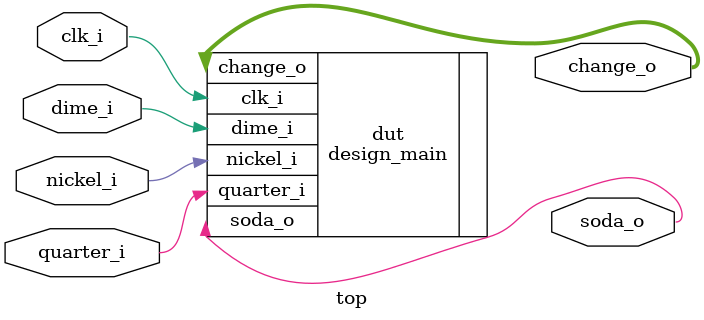
<source format=sv>
module top (
    //inputs
    input logic clk_i,
    input logic nickel_i,
    input logic dime_i,
    input logic quarter_i,
    //outputs
    output logic soda_o,
    output logic [2:0] change_o
);
    //module design_main.sv
    design_main dut (
    	.clk_i    (clk_i),
    	.nickel_i (nickel_i),
    	.dime_i   (dime_i),
    	.quarter_i(quarter_i),
    	.soda_o   (soda_o),
    	.change_o (change_o)
    );
endmodule : top

</source>
